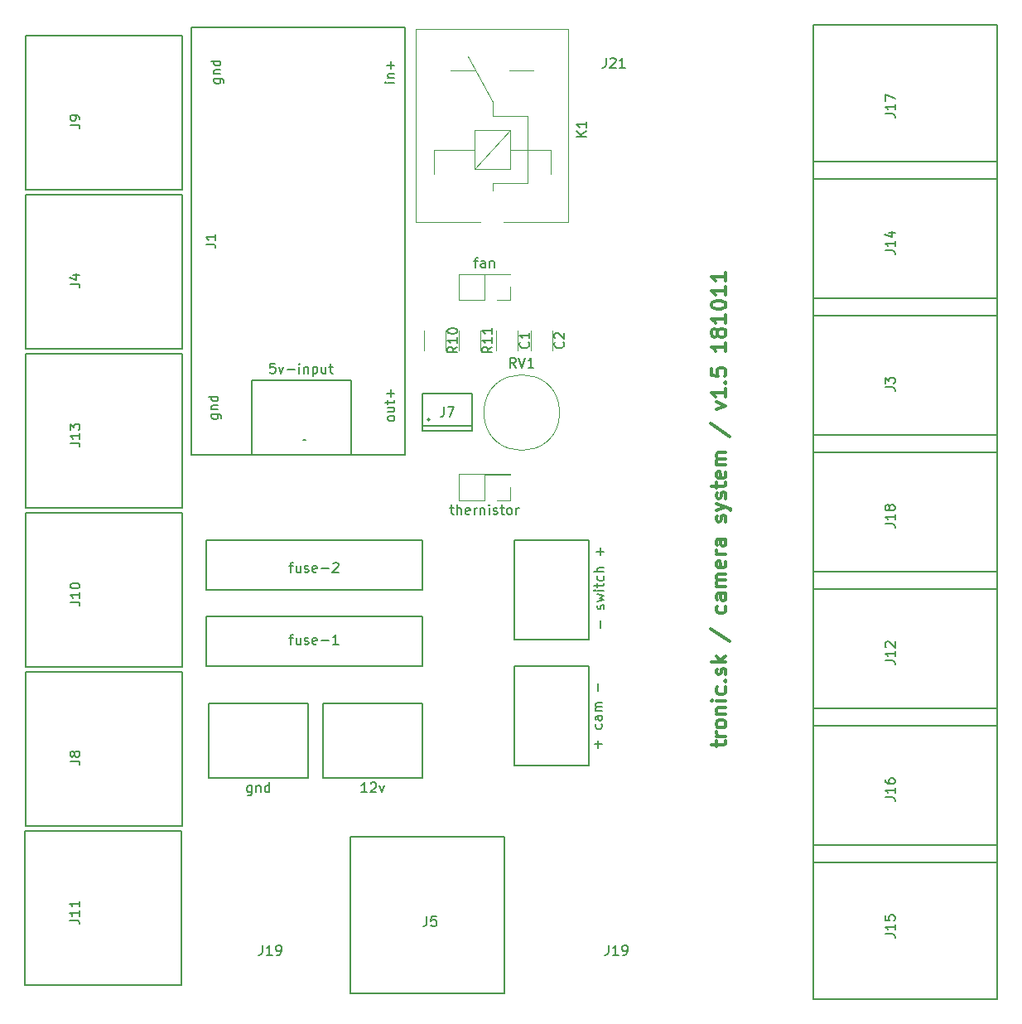
<source format=gto>
G04 #@! TF.FileFunction,Legend,Top*
%FSLAX46Y46*%
G04 Gerber Fmt 4.6, Leading zero omitted, Abs format (unit mm)*
G04 Created by KiCad (PCBNEW 4.0.7) date 10/11/18 23:23:36*
%MOMM*%
%LPD*%
G01*
G04 APERTURE LIST*
%ADD10C,0.100000*%
%ADD11C,0.300000*%
%ADD12C,0.150000*%
%ADD13C,0.120000*%
%ADD14C,0.180000*%
G04 APERTURE END LIST*
D10*
D11*
X126297571Y-106784913D02*
X126297571Y-106213484D01*
X125797571Y-106570627D02*
X127083286Y-106570627D01*
X127226143Y-106499199D01*
X127297571Y-106356341D01*
X127297571Y-106213484D01*
X127297571Y-105713484D02*
X126297571Y-105713484D01*
X126583286Y-105713484D02*
X126440429Y-105642056D01*
X126369000Y-105570627D01*
X126297571Y-105427770D01*
X126297571Y-105284913D01*
X127297571Y-104570627D02*
X127226143Y-104713485D01*
X127154714Y-104784913D01*
X127011857Y-104856342D01*
X126583286Y-104856342D01*
X126440429Y-104784913D01*
X126369000Y-104713485D01*
X126297571Y-104570627D01*
X126297571Y-104356342D01*
X126369000Y-104213485D01*
X126440429Y-104142056D01*
X126583286Y-104070627D01*
X127011857Y-104070627D01*
X127154714Y-104142056D01*
X127226143Y-104213485D01*
X127297571Y-104356342D01*
X127297571Y-104570627D01*
X126297571Y-103427770D02*
X127297571Y-103427770D01*
X126440429Y-103427770D02*
X126369000Y-103356342D01*
X126297571Y-103213484D01*
X126297571Y-102999199D01*
X126369000Y-102856342D01*
X126511857Y-102784913D01*
X127297571Y-102784913D01*
X127297571Y-102070627D02*
X126297571Y-102070627D01*
X125797571Y-102070627D02*
X125869000Y-102142056D01*
X125940429Y-102070627D01*
X125869000Y-101999199D01*
X125797571Y-102070627D01*
X125940429Y-102070627D01*
X127226143Y-100713484D02*
X127297571Y-100856341D01*
X127297571Y-101142055D01*
X127226143Y-101284913D01*
X127154714Y-101356341D01*
X127011857Y-101427770D01*
X126583286Y-101427770D01*
X126440429Y-101356341D01*
X126369000Y-101284913D01*
X126297571Y-101142055D01*
X126297571Y-100856341D01*
X126369000Y-100713484D01*
X127154714Y-100070627D02*
X127226143Y-99999199D01*
X127297571Y-100070627D01*
X127226143Y-100142056D01*
X127154714Y-100070627D01*
X127297571Y-100070627D01*
X127226143Y-99427770D02*
X127297571Y-99284913D01*
X127297571Y-98999198D01*
X127226143Y-98856341D01*
X127083286Y-98784913D01*
X127011857Y-98784913D01*
X126869000Y-98856341D01*
X126797571Y-98999198D01*
X126797571Y-99213484D01*
X126726143Y-99356341D01*
X126583286Y-99427770D01*
X126511857Y-99427770D01*
X126369000Y-99356341D01*
X126297571Y-99213484D01*
X126297571Y-98999198D01*
X126369000Y-98856341D01*
X127297571Y-98142055D02*
X125797571Y-98142055D01*
X126726143Y-97999198D02*
X127297571Y-97570627D01*
X126297571Y-97570627D02*
X126869000Y-98142055D01*
X125726143Y-94713484D02*
X127654714Y-95999198D01*
X127226143Y-92427769D02*
X127297571Y-92570626D01*
X127297571Y-92856340D01*
X127226143Y-92999198D01*
X127154714Y-93070626D01*
X127011857Y-93142055D01*
X126583286Y-93142055D01*
X126440429Y-93070626D01*
X126369000Y-92999198D01*
X126297571Y-92856340D01*
X126297571Y-92570626D01*
X126369000Y-92427769D01*
X127297571Y-91142055D02*
X126511857Y-91142055D01*
X126369000Y-91213484D01*
X126297571Y-91356341D01*
X126297571Y-91642055D01*
X126369000Y-91784912D01*
X127226143Y-91142055D02*
X127297571Y-91284912D01*
X127297571Y-91642055D01*
X127226143Y-91784912D01*
X127083286Y-91856341D01*
X126940429Y-91856341D01*
X126797571Y-91784912D01*
X126726143Y-91642055D01*
X126726143Y-91284912D01*
X126654714Y-91142055D01*
X127297571Y-90427769D02*
X126297571Y-90427769D01*
X126440429Y-90427769D02*
X126369000Y-90356341D01*
X126297571Y-90213483D01*
X126297571Y-89999198D01*
X126369000Y-89856341D01*
X126511857Y-89784912D01*
X127297571Y-89784912D01*
X126511857Y-89784912D02*
X126369000Y-89713483D01*
X126297571Y-89570626D01*
X126297571Y-89356341D01*
X126369000Y-89213483D01*
X126511857Y-89142055D01*
X127297571Y-89142055D01*
X127226143Y-87856341D02*
X127297571Y-87999198D01*
X127297571Y-88284912D01*
X127226143Y-88427769D01*
X127083286Y-88499198D01*
X126511857Y-88499198D01*
X126369000Y-88427769D01*
X126297571Y-88284912D01*
X126297571Y-87999198D01*
X126369000Y-87856341D01*
X126511857Y-87784912D01*
X126654714Y-87784912D01*
X126797571Y-88499198D01*
X127297571Y-87142055D02*
X126297571Y-87142055D01*
X126583286Y-87142055D02*
X126440429Y-87070627D01*
X126369000Y-86999198D01*
X126297571Y-86856341D01*
X126297571Y-86713484D01*
X127297571Y-85570627D02*
X126511857Y-85570627D01*
X126369000Y-85642056D01*
X126297571Y-85784913D01*
X126297571Y-86070627D01*
X126369000Y-86213484D01*
X127226143Y-85570627D02*
X127297571Y-85713484D01*
X127297571Y-86070627D01*
X127226143Y-86213484D01*
X127083286Y-86284913D01*
X126940429Y-86284913D01*
X126797571Y-86213484D01*
X126726143Y-86070627D01*
X126726143Y-85713484D01*
X126654714Y-85570627D01*
X127226143Y-83784913D02*
X127297571Y-83642056D01*
X127297571Y-83356341D01*
X127226143Y-83213484D01*
X127083286Y-83142056D01*
X127011857Y-83142056D01*
X126869000Y-83213484D01*
X126797571Y-83356341D01*
X126797571Y-83570627D01*
X126726143Y-83713484D01*
X126583286Y-83784913D01*
X126511857Y-83784913D01*
X126369000Y-83713484D01*
X126297571Y-83570627D01*
X126297571Y-83356341D01*
X126369000Y-83213484D01*
X126297571Y-82642055D02*
X127297571Y-82284912D01*
X126297571Y-81927770D02*
X127297571Y-82284912D01*
X127654714Y-82427770D01*
X127726143Y-82499198D01*
X127797571Y-82642055D01*
X127226143Y-81427770D02*
X127297571Y-81284913D01*
X127297571Y-80999198D01*
X127226143Y-80856341D01*
X127083286Y-80784913D01*
X127011857Y-80784913D01*
X126869000Y-80856341D01*
X126797571Y-80999198D01*
X126797571Y-81213484D01*
X126726143Y-81356341D01*
X126583286Y-81427770D01*
X126511857Y-81427770D01*
X126369000Y-81356341D01*
X126297571Y-81213484D01*
X126297571Y-80999198D01*
X126369000Y-80856341D01*
X126297571Y-80356341D02*
X126297571Y-79784912D01*
X125797571Y-80142055D02*
X127083286Y-80142055D01*
X127226143Y-80070627D01*
X127297571Y-79927769D01*
X127297571Y-79784912D01*
X127226143Y-78713484D02*
X127297571Y-78856341D01*
X127297571Y-79142055D01*
X127226143Y-79284912D01*
X127083286Y-79356341D01*
X126511857Y-79356341D01*
X126369000Y-79284912D01*
X126297571Y-79142055D01*
X126297571Y-78856341D01*
X126369000Y-78713484D01*
X126511857Y-78642055D01*
X126654714Y-78642055D01*
X126797571Y-79356341D01*
X127297571Y-77999198D02*
X126297571Y-77999198D01*
X126440429Y-77999198D02*
X126369000Y-77927770D01*
X126297571Y-77784912D01*
X126297571Y-77570627D01*
X126369000Y-77427770D01*
X126511857Y-77356341D01*
X127297571Y-77356341D01*
X126511857Y-77356341D02*
X126369000Y-77284912D01*
X126297571Y-77142055D01*
X126297571Y-76927770D01*
X126369000Y-76784912D01*
X126511857Y-76713484D01*
X127297571Y-76713484D01*
X125726143Y-73784913D02*
X127654714Y-75070627D01*
X126297571Y-72284912D02*
X127297571Y-71927769D01*
X126297571Y-71570627D01*
X127297571Y-70213484D02*
X127297571Y-71070627D01*
X127297571Y-70642055D02*
X125797571Y-70642055D01*
X126011857Y-70784912D01*
X126154714Y-70927770D01*
X126226143Y-71070627D01*
X127154714Y-69570627D02*
X127226143Y-69499199D01*
X127297571Y-69570627D01*
X127226143Y-69642056D01*
X127154714Y-69570627D01*
X127297571Y-69570627D01*
X125797571Y-68142055D02*
X125797571Y-68856341D01*
X126511857Y-68927770D01*
X126440429Y-68856341D01*
X126369000Y-68713484D01*
X126369000Y-68356341D01*
X126440429Y-68213484D01*
X126511857Y-68142055D01*
X126654714Y-68070627D01*
X127011857Y-68070627D01*
X127154714Y-68142055D01*
X127226143Y-68213484D01*
X127297571Y-68356341D01*
X127297571Y-68713484D01*
X127226143Y-68856341D01*
X127154714Y-68927770D01*
X127297571Y-65499199D02*
X127297571Y-66356342D01*
X127297571Y-65927770D02*
X125797571Y-65927770D01*
X126011857Y-66070627D01*
X126154714Y-66213485D01*
X126226143Y-66356342D01*
X126440429Y-64642056D02*
X126369000Y-64784914D01*
X126297571Y-64856342D01*
X126154714Y-64927771D01*
X126083286Y-64927771D01*
X125940429Y-64856342D01*
X125869000Y-64784914D01*
X125797571Y-64642056D01*
X125797571Y-64356342D01*
X125869000Y-64213485D01*
X125940429Y-64142056D01*
X126083286Y-64070628D01*
X126154714Y-64070628D01*
X126297571Y-64142056D01*
X126369000Y-64213485D01*
X126440429Y-64356342D01*
X126440429Y-64642056D01*
X126511857Y-64784914D01*
X126583286Y-64856342D01*
X126726143Y-64927771D01*
X127011857Y-64927771D01*
X127154714Y-64856342D01*
X127226143Y-64784914D01*
X127297571Y-64642056D01*
X127297571Y-64356342D01*
X127226143Y-64213485D01*
X127154714Y-64142056D01*
X127011857Y-64070628D01*
X126726143Y-64070628D01*
X126583286Y-64142056D01*
X126511857Y-64213485D01*
X126440429Y-64356342D01*
X127297571Y-62642057D02*
X127297571Y-63499200D01*
X127297571Y-63070628D02*
X125797571Y-63070628D01*
X126011857Y-63213485D01*
X126154714Y-63356343D01*
X126226143Y-63499200D01*
X125797571Y-61713486D02*
X125797571Y-61570629D01*
X125869000Y-61427772D01*
X125940429Y-61356343D01*
X126083286Y-61284914D01*
X126369000Y-61213486D01*
X126726143Y-61213486D01*
X127011857Y-61284914D01*
X127154714Y-61356343D01*
X127226143Y-61427772D01*
X127297571Y-61570629D01*
X127297571Y-61713486D01*
X127226143Y-61856343D01*
X127154714Y-61927772D01*
X127011857Y-61999200D01*
X126726143Y-62070629D01*
X126369000Y-62070629D01*
X126083286Y-61999200D01*
X125940429Y-61927772D01*
X125869000Y-61856343D01*
X125797571Y-61713486D01*
X127297571Y-59784915D02*
X127297571Y-60642058D01*
X127297571Y-60213486D02*
X125797571Y-60213486D01*
X126011857Y-60356343D01*
X126154714Y-60499201D01*
X126226143Y-60642058D01*
X127297571Y-58356344D02*
X127297571Y-59213487D01*
X127297571Y-58784915D02*
X125797571Y-58784915D01*
X126011857Y-58927772D01*
X126154714Y-59070630D01*
X126226143Y-59213487D01*
D12*
X83566000Y-33274000D02*
X94488000Y-33274000D01*
X94488000Y-33274000D02*
X94488000Y-76962000D01*
X94488000Y-76962000D02*
X72644000Y-76962000D01*
X72644000Y-76962000D02*
X72644000Y-33274000D01*
X72644000Y-33274000D02*
X84074000Y-33274000D01*
X84074000Y-75438000D02*
X84328000Y-75438000D01*
X84074000Y-85725000D02*
X74168000Y-85725000D01*
X74168000Y-85725000D02*
X74168000Y-90805000D01*
X74168000Y-90805000D02*
X96266000Y-90805000D01*
X96266000Y-90805000D02*
X96266000Y-85979000D01*
X96266000Y-85979000D02*
X96266000Y-85725000D01*
X96266000Y-85725000D02*
X84074000Y-85725000D01*
X86360000Y-98552000D02*
X96266000Y-98552000D01*
X96266000Y-98552000D02*
X96266000Y-93472000D01*
X96266000Y-93472000D02*
X74168000Y-93472000D01*
X74168000Y-93472000D02*
X74168000Y-98298000D01*
X74168000Y-98298000D02*
X74168000Y-98552000D01*
X74168000Y-98552000D02*
X86360000Y-98552000D01*
X74422000Y-102362000D02*
X84582000Y-102362000D01*
X84582000Y-102362000D02*
X84582000Y-109982000D01*
X84582000Y-109982000D02*
X74422000Y-109982000D01*
X74422000Y-109982000D02*
X74422000Y-102362000D01*
X86106000Y-102362000D02*
X96266000Y-102362000D01*
X96266000Y-102362000D02*
X96266000Y-109982000D01*
X96266000Y-109982000D02*
X86106000Y-109982000D01*
X86106000Y-109982000D02*
X86106000Y-102362000D01*
X78867000Y-69342000D02*
X89027000Y-69342000D01*
X89027000Y-69342000D02*
X89027000Y-76962000D01*
X89027000Y-76962000D02*
X78867000Y-76962000D01*
X78867000Y-76962000D02*
X78867000Y-69342000D01*
X97028000Y-73406000D02*
G75*
G03X97028000Y-73406000I-127000J0D01*
G01*
X96266000Y-74041000D02*
X101346000Y-74041000D01*
X96266000Y-70739000D02*
X101346000Y-70739000D01*
X96266000Y-74549000D02*
X101346000Y-74549000D01*
X96266000Y-74549000D02*
X96266000Y-70739000D01*
X101346000Y-74549000D02*
X101346000Y-70739000D01*
D13*
X105216000Y-78934000D02*
X100016000Y-78934000D01*
X105216000Y-78994000D02*
X105216000Y-78934000D01*
X100016000Y-81594000D02*
X100016000Y-78934000D01*
X105216000Y-78994000D02*
X102616000Y-78994000D01*
X102616000Y-78994000D02*
X102616000Y-81594000D01*
X102616000Y-81594000D02*
X100016000Y-81594000D01*
X105216000Y-80264000D02*
X105216000Y-81594000D01*
X105216000Y-81594000D02*
X103886000Y-81594000D01*
X105216000Y-58487000D02*
X100016000Y-58487000D01*
X105216000Y-58547000D02*
X105216000Y-58487000D01*
X100016000Y-61147000D02*
X100016000Y-58487000D01*
X105216000Y-58547000D02*
X102616000Y-58547000D01*
X102616000Y-58547000D02*
X102616000Y-61147000D01*
X102616000Y-61147000D02*
X100016000Y-61147000D01*
X105216000Y-59817000D02*
X105216000Y-61147000D01*
X105216000Y-61147000D02*
X103886000Y-61147000D01*
X96466000Y-66278000D02*
X96466000Y-64278000D01*
X98606000Y-64278000D02*
X98606000Y-66278000D01*
X100022000Y-66278000D02*
X100022000Y-64278000D01*
X102162000Y-64278000D02*
X102162000Y-66278000D01*
X110296000Y-72644000D02*
G75*
G03X110296000Y-72644000I-3870000J0D01*
G01*
X104578000Y-53216000D02*
X111178000Y-53216000D01*
X95578000Y-53216000D02*
X102178000Y-53216000D01*
X95578000Y-53216000D02*
X95578000Y-33416000D01*
X95578000Y-33416000D02*
X111178000Y-33416000D01*
X111178000Y-33416000D02*
X111178000Y-53216000D01*
X107578000Y-37666000D02*
X105128000Y-37666000D01*
X99178000Y-37666000D02*
X101678000Y-37666000D01*
X109428000Y-48266000D02*
X109428000Y-45766000D01*
X103428000Y-49166000D02*
X103428000Y-49966000D01*
X97428000Y-45766000D02*
X97428000Y-48266000D01*
X103428000Y-42366000D02*
X103428000Y-40866000D01*
X103428000Y-40866000D02*
X100928000Y-36266000D01*
X107028000Y-42366000D02*
X107028000Y-49166000D01*
X103428000Y-42366000D02*
X107028000Y-42366000D01*
X103428000Y-49166000D02*
X107028000Y-49166000D01*
X97428000Y-45766000D02*
X101628000Y-45766000D01*
X105228000Y-45766000D02*
X109428000Y-45766000D01*
X105228000Y-43766000D02*
X101628000Y-47766000D01*
X105228000Y-47766000D02*
X101628000Y-47766000D01*
X101628000Y-47766000D02*
X101628000Y-43766000D01*
X101628000Y-43766000D02*
X105228000Y-43766000D01*
X105228000Y-43766000D02*
X105228000Y-47766000D01*
D12*
X71653400Y-115392200D02*
X55651400Y-115392200D01*
X55651400Y-131140200D02*
X70764400Y-131140200D01*
X71653400Y-115392200D02*
X71653400Y-116154200D01*
X70129400Y-131140200D02*
X71653400Y-131140200D01*
X71653400Y-131140200D02*
X71653400Y-115900200D01*
X55651400Y-115392200D02*
X55651400Y-131140200D01*
X71704200Y-50368200D02*
X55702200Y-50368200D01*
X55702200Y-66116200D02*
X70815200Y-66116200D01*
X71704200Y-50368200D02*
X71704200Y-51130200D01*
X70180200Y-66116200D02*
X71704200Y-66116200D01*
X71704200Y-66116200D02*
X71704200Y-50876200D01*
X55702200Y-50368200D02*
X55702200Y-66116200D01*
X71704200Y-99136200D02*
X55702200Y-99136200D01*
X55702200Y-114884200D02*
X70815200Y-114884200D01*
X71704200Y-99136200D02*
X71704200Y-99898200D01*
X70180200Y-114884200D02*
X71704200Y-114884200D01*
X71704200Y-114884200D02*
X71704200Y-99644200D01*
X55702200Y-99136200D02*
X55702200Y-114884200D01*
X71704200Y-34112200D02*
X55702200Y-34112200D01*
X55702200Y-49860200D02*
X70815200Y-49860200D01*
X71704200Y-34112200D02*
X71704200Y-34874200D01*
X70180200Y-49860200D02*
X71704200Y-49860200D01*
X71704200Y-49860200D02*
X71704200Y-34620200D01*
X55702200Y-34112200D02*
X55702200Y-49860200D01*
X71704200Y-82880200D02*
X55702200Y-82880200D01*
X55702200Y-98628200D02*
X70815200Y-98628200D01*
X71704200Y-82880200D02*
X71704200Y-83642200D01*
X70180200Y-98628200D02*
X71704200Y-98628200D01*
X71704200Y-98628200D02*
X71704200Y-83388200D01*
X55702200Y-82880200D02*
X55702200Y-98628200D01*
X71704200Y-66624200D02*
X55702200Y-66624200D01*
X55702200Y-82372200D02*
X70815200Y-82372200D01*
X71704200Y-66624200D02*
X71704200Y-67386200D01*
X70180200Y-82372200D02*
X71704200Y-82372200D01*
X71704200Y-82372200D02*
X71704200Y-67132200D01*
X55702200Y-66624200D02*
X55702200Y-82372200D01*
X88874600Y-115989100D02*
X88874600Y-131991100D01*
X104622600Y-131991100D02*
X104622600Y-116878100D01*
X88874600Y-115989100D02*
X89636600Y-115989100D01*
X104622600Y-117513100D02*
X104622600Y-115989100D01*
X104622600Y-115989100D02*
X89382600Y-115989100D01*
X88874600Y-131991100D02*
X104622600Y-131991100D01*
X113258600Y-98526600D02*
X113258600Y-108686600D01*
X113258600Y-108686600D02*
X105638600Y-108686600D01*
X105638600Y-108686600D02*
X105638600Y-98526600D01*
X105638600Y-98526600D02*
X113258600Y-98526600D01*
D13*
X103832000Y-66278000D02*
X103832000Y-64278000D01*
X105972000Y-64278000D02*
X105972000Y-66278000D01*
X107388000Y-66278000D02*
X107388000Y-64278000D01*
X109528000Y-64278000D02*
X109528000Y-66278000D01*
D12*
X136245600Y-60934600D02*
X155041600Y-60934600D01*
X155041600Y-60934600D02*
X155041600Y-61696600D01*
X153517600Y-76682600D02*
X155041600Y-76682600D01*
X155041600Y-76682600D02*
X155041600Y-61442600D01*
X136245600Y-60934600D02*
X136245600Y-76682600D01*
X136245600Y-76682600D02*
X154279600Y-76682600D01*
X136245600Y-88874600D02*
X155041600Y-88874600D01*
X155041600Y-88874600D02*
X155041600Y-89636600D01*
X153517600Y-104622600D02*
X155041600Y-104622600D01*
X155041600Y-104622600D02*
X155041600Y-89382600D01*
X136245600Y-88874600D02*
X136245600Y-104622600D01*
X136245600Y-104622600D02*
X154279600Y-104622600D01*
X136245600Y-116814600D02*
X155041600Y-116814600D01*
X155041600Y-116814600D02*
X155041600Y-117576600D01*
X153517600Y-132562600D02*
X155041600Y-132562600D01*
X155041600Y-132562600D02*
X155041600Y-117322600D01*
X136245600Y-116814600D02*
X136245600Y-132562600D01*
X136245600Y-132562600D02*
X154279600Y-132562600D01*
X136245600Y-102844600D02*
X155041600Y-102844600D01*
X155041600Y-102844600D02*
X155041600Y-103606600D01*
X153517600Y-118592600D02*
X155041600Y-118592600D01*
X155041600Y-118592600D02*
X155041600Y-103352600D01*
X136245600Y-102844600D02*
X136245600Y-118592600D01*
X136245600Y-118592600D02*
X154279600Y-118592600D01*
X136245600Y-32994600D02*
X155041600Y-32994600D01*
X155041600Y-32994600D02*
X155041600Y-33756600D01*
X153517600Y-48742600D02*
X155041600Y-48742600D01*
X155041600Y-48742600D02*
X155041600Y-33502600D01*
X136245600Y-32994600D02*
X136245600Y-48742600D01*
X136245600Y-48742600D02*
X154279600Y-48742600D01*
X136245600Y-74904600D02*
X155041600Y-74904600D01*
X155041600Y-74904600D02*
X155041600Y-75666600D01*
X153517600Y-90652600D02*
X155041600Y-90652600D01*
X155041600Y-90652600D02*
X155041600Y-75412600D01*
X136245600Y-74904600D02*
X136245600Y-90652600D01*
X136245600Y-90652600D02*
X154279600Y-90652600D01*
X113258600Y-85674200D02*
X113258600Y-95834200D01*
X113258600Y-95834200D02*
X105638600Y-95834200D01*
X105638600Y-95834200D02*
X105638600Y-85674200D01*
X105638600Y-85674200D02*
X113258600Y-85674200D01*
X136245600Y-46964600D02*
X155041600Y-46964600D01*
X155041600Y-46964600D02*
X155041600Y-47726600D01*
X153517600Y-62712600D02*
X155041600Y-62712600D01*
X155041600Y-62712600D02*
X155041600Y-47472600D01*
X136245600Y-46964600D02*
X136245600Y-62712600D01*
X136245600Y-62712600D02*
X154279600Y-62712600D01*
X79911677Y-127087381D02*
X79911677Y-127801667D01*
X79864057Y-127944524D01*
X79768819Y-128039762D01*
X79625962Y-128087381D01*
X79530724Y-128087381D01*
X80911677Y-128087381D02*
X80340248Y-128087381D01*
X80625962Y-128087381D02*
X80625962Y-127087381D01*
X80530724Y-127230238D01*
X80435486Y-127325476D01*
X80340248Y-127373095D01*
X81387867Y-128087381D02*
X81578343Y-128087381D01*
X81673582Y-128039762D01*
X81721201Y-127992143D01*
X81816439Y-127849286D01*
X81864058Y-127658810D01*
X81864058Y-127277857D01*
X81816439Y-127182619D01*
X81768820Y-127135000D01*
X81673582Y-127087381D01*
X81483105Y-127087381D01*
X81387867Y-127135000D01*
X81340248Y-127182619D01*
X81292629Y-127277857D01*
X81292629Y-127515952D01*
X81340248Y-127611190D01*
X81387867Y-127658810D01*
X81483105Y-127706429D01*
X81673582Y-127706429D01*
X81768820Y-127658810D01*
X81816439Y-127611190D01*
X81864058Y-127515952D01*
X74128381Y-55451333D02*
X74842667Y-55451333D01*
X74985524Y-55498953D01*
X75080762Y-55594191D01*
X75128381Y-55737048D01*
X75128381Y-55832286D01*
X75128381Y-54451333D02*
X75128381Y-55022762D01*
X75128381Y-54737048D02*
X74128381Y-54737048D01*
X74271238Y-54832286D01*
X74366476Y-54927524D01*
X74414095Y-55022762D01*
X93416381Y-73310572D02*
X93368762Y-73405810D01*
X93321143Y-73453429D01*
X93225905Y-73501048D01*
X92940190Y-73501048D01*
X92844952Y-73453429D01*
X92797333Y-73405810D01*
X92749714Y-73310572D01*
X92749714Y-73167714D01*
X92797333Y-73072476D01*
X92844952Y-73024857D01*
X92940190Y-72977238D01*
X93225905Y-72977238D01*
X93321143Y-73024857D01*
X93368762Y-73072476D01*
X93416381Y-73167714D01*
X93416381Y-73310572D01*
X92749714Y-72120095D02*
X93416381Y-72120095D01*
X92749714Y-72548667D02*
X93273524Y-72548667D01*
X93368762Y-72501048D01*
X93416381Y-72405810D01*
X93416381Y-72262952D01*
X93368762Y-72167714D01*
X93321143Y-72120095D01*
X92749714Y-71786762D02*
X92749714Y-71405810D01*
X92416381Y-71643905D02*
X93273524Y-71643905D01*
X93368762Y-71596286D01*
X93416381Y-71501048D01*
X93416381Y-71405810D01*
X93035429Y-71072476D02*
X93035429Y-70310571D01*
X93416381Y-70691523D02*
X92654476Y-70691523D01*
X93416381Y-38917428D02*
X92749714Y-38917428D01*
X92416381Y-38917428D02*
X92464000Y-38965047D01*
X92511619Y-38917428D01*
X92464000Y-38869809D01*
X92416381Y-38917428D01*
X92511619Y-38917428D01*
X92749714Y-38441238D02*
X93416381Y-38441238D01*
X92844952Y-38441238D02*
X92797333Y-38393619D01*
X92749714Y-38298381D01*
X92749714Y-38155523D01*
X92797333Y-38060285D01*
X92892571Y-38012666D01*
X93416381Y-38012666D01*
X93035429Y-37536476D02*
X93035429Y-36774571D01*
X93416381Y-37155523D02*
X92654476Y-37155523D01*
X74715714Y-72826476D02*
X75525238Y-72826476D01*
X75620476Y-72874095D01*
X75668095Y-72921714D01*
X75715714Y-73016953D01*
X75715714Y-73159810D01*
X75668095Y-73255048D01*
X75334762Y-72826476D02*
X75382381Y-72921714D01*
X75382381Y-73112191D01*
X75334762Y-73207429D01*
X75287143Y-73255048D01*
X75191905Y-73302667D01*
X74906190Y-73302667D01*
X74810952Y-73255048D01*
X74763333Y-73207429D01*
X74715714Y-73112191D01*
X74715714Y-72921714D01*
X74763333Y-72826476D01*
X74715714Y-72350286D02*
X75382381Y-72350286D01*
X74810952Y-72350286D02*
X74763333Y-72302667D01*
X74715714Y-72207429D01*
X74715714Y-72064571D01*
X74763333Y-71969333D01*
X74858571Y-71921714D01*
X75382381Y-71921714D01*
X75382381Y-71016952D02*
X74382381Y-71016952D01*
X75334762Y-71016952D02*
X75382381Y-71112190D01*
X75382381Y-71302667D01*
X75334762Y-71397905D01*
X75287143Y-71445524D01*
X75191905Y-71493143D01*
X74906190Y-71493143D01*
X74810952Y-71445524D01*
X74763333Y-71397905D01*
X74715714Y-71302667D01*
X74715714Y-71112190D01*
X74763333Y-71016952D01*
X74969714Y-38536476D02*
X75779238Y-38536476D01*
X75874476Y-38584095D01*
X75922095Y-38631714D01*
X75969714Y-38726953D01*
X75969714Y-38869810D01*
X75922095Y-38965048D01*
X75588762Y-38536476D02*
X75636381Y-38631714D01*
X75636381Y-38822191D01*
X75588762Y-38917429D01*
X75541143Y-38965048D01*
X75445905Y-39012667D01*
X75160190Y-39012667D01*
X75064952Y-38965048D01*
X75017333Y-38917429D01*
X74969714Y-38822191D01*
X74969714Y-38631714D01*
X75017333Y-38536476D01*
X74969714Y-38060286D02*
X75636381Y-38060286D01*
X75064952Y-38060286D02*
X75017333Y-38012667D01*
X74969714Y-37917429D01*
X74969714Y-37774571D01*
X75017333Y-37679333D01*
X75112571Y-37631714D01*
X75636381Y-37631714D01*
X75636381Y-36726952D02*
X74636381Y-36726952D01*
X75588762Y-36726952D02*
X75636381Y-36822190D01*
X75636381Y-37012667D01*
X75588762Y-37107905D01*
X75541143Y-37155524D01*
X75445905Y-37203143D01*
X75160190Y-37203143D01*
X75064952Y-37155524D01*
X75017333Y-37107905D01*
X74969714Y-37012667D01*
X74969714Y-36822190D01*
X75017333Y-36726952D01*
X82645571Y-88304714D02*
X83026523Y-88304714D01*
X82788428Y-88971381D02*
X82788428Y-88114238D01*
X82836047Y-88019000D01*
X82931285Y-87971381D01*
X83026523Y-87971381D01*
X83788429Y-88304714D02*
X83788429Y-88971381D01*
X83359857Y-88304714D02*
X83359857Y-88828524D01*
X83407476Y-88923762D01*
X83502714Y-88971381D01*
X83645572Y-88971381D01*
X83740810Y-88923762D01*
X83788429Y-88876143D01*
X84217000Y-88923762D02*
X84312238Y-88971381D01*
X84502714Y-88971381D01*
X84597953Y-88923762D01*
X84645572Y-88828524D01*
X84645572Y-88780905D01*
X84597953Y-88685667D01*
X84502714Y-88638048D01*
X84359857Y-88638048D01*
X84264619Y-88590429D01*
X84217000Y-88495190D01*
X84217000Y-88447571D01*
X84264619Y-88352333D01*
X84359857Y-88304714D01*
X84502714Y-88304714D01*
X84597953Y-88352333D01*
X85455096Y-88923762D02*
X85359858Y-88971381D01*
X85169381Y-88971381D01*
X85074143Y-88923762D01*
X85026524Y-88828524D01*
X85026524Y-88447571D01*
X85074143Y-88352333D01*
X85169381Y-88304714D01*
X85359858Y-88304714D01*
X85455096Y-88352333D01*
X85502715Y-88447571D01*
X85502715Y-88542810D01*
X85026524Y-88638048D01*
X85931286Y-88590429D02*
X86693191Y-88590429D01*
X87121762Y-88066619D02*
X87169381Y-88019000D01*
X87264619Y-87971381D01*
X87502715Y-87971381D01*
X87597953Y-88019000D01*
X87645572Y-88066619D01*
X87693191Y-88161857D01*
X87693191Y-88257095D01*
X87645572Y-88399952D01*
X87074143Y-88971381D01*
X87693191Y-88971381D01*
X82645571Y-95670714D02*
X83026523Y-95670714D01*
X82788428Y-96337381D02*
X82788428Y-95480238D01*
X82836047Y-95385000D01*
X82931285Y-95337381D01*
X83026523Y-95337381D01*
X83788429Y-95670714D02*
X83788429Y-96337381D01*
X83359857Y-95670714D02*
X83359857Y-96194524D01*
X83407476Y-96289762D01*
X83502714Y-96337381D01*
X83645572Y-96337381D01*
X83740810Y-96289762D01*
X83788429Y-96242143D01*
X84217000Y-96289762D02*
X84312238Y-96337381D01*
X84502714Y-96337381D01*
X84597953Y-96289762D01*
X84645572Y-96194524D01*
X84645572Y-96146905D01*
X84597953Y-96051667D01*
X84502714Y-96004048D01*
X84359857Y-96004048D01*
X84264619Y-95956429D01*
X84217000Y-95861190D01*
X84217000Y-95813571D01*
X84264619Y-95718333D01*
X84359857Y-95670714D01*
X84502714Y-95670714D01*
X84597953Y-95718333D01*
X85455096Y-96289762D02*
X85359858Y-96337381D01*
X85169381Y-96337381D01*
X85074143Y-96289762D01*
X85026524Y-96194524D01*
X85026524Y-95813571D01*
X85074143Y-95718333D01*
X85169381Y-95670714D01*
X85359858Y-95670714D01*
X85455096Y-95718333D01*
X85502715Y-95813571D01*
X85502715Y-95908810D01*
X85026524Y-96004048D01*
X85931286Y-95956429D02*
X86693191Y-95956429D01*
X87693191Y-96337381D02*
X87121762Y-96337381D01*
X87407476Y-96337381D02*
X87407476Y-95337381D01*
X87312238Y-95480238D01*
X87217000Y-95575476D01*
X87121762Y-95623095D01*
X78811524Y-110783714D02*
X78811524Y-111593238D01*
X78763905Y-111688476D01*
X78716286Y-111736095D01*
X78621047Y-111783714D01*
X78478190Y-111783714D01*
X78382952Y-111736095D01*
X78811524Y-111402762D02*
X78716286Y-111450381D01*
X78525809Y-111450381D01*
X78430571Y-111402762D01*
X78382952Y-111355143D01*
X78335333Y-111259905D01*
X78335333Y-110974190D01*
X78382952Y-110878952D01*
X78430571Y-110831333D01*
X78525809Y-110783714D01*
X78716286Y-110783714D01*
X78811524Y-110831333D01*
X79287714Y-110783714D02*
X79287714Y-111450381D01*
X79287714Y-110878952D02*
X79335333Y-110831333D01*
X79430571Y-110783714D01*
X79573429Y-110783714D01*
X79668667Y-110831333D01*
X79716286Y-110926571D01*
X79716286Y-111450381D01*
X80621048Y-111450381D02*
X80621048Y-110450381D01*
X80621048Y-111402762D02*
X80525810Y-111450381D01*
X80335333Y-111450381D01*
X80240095Y-111402762D01*
X80192476Y-111355143D01*
X80144857Y-111259905D01*
X80144857Y-110974190D01*
X80192476Y-110878952D01*
X80240095Y-110831333D01*
X80335333Y-110783714D01*
X80525810Y-110783714D01*
X80621048Y-110831333D01*
X90614572Y-111450381D02*
X90043143Y-111450381D01*
X90328857Y-111450381D02*
X90328857Y-110450381D01*
X90233619Y-110593238D01*
X90138381Y-110688476D01*
X90043143Y-110736095D01*
X90995524Y-110545619D02*
X91043143Y-110498000D01*
X91138381Y-110450381D01*
X91376477Y-110450381D01*
X91471715Y-110498000D01*
X91519334Y-110545619D01*
X91566953Y-110640857D01*
X91566953Y-110736095D01*
X91519334Y-110878952D01*
X90947905Y-111450381D01*
X91566953Y-111450381D01*
X91900286Y-110783714D02*
X92138381Y-111450381D01*
X92376477Y-110783714D01*
X81202543Y-67625981D02*
X80726352Y-67625981D01*
X80678733Y-68102171D01*
X80726352Y-68054552D01*
X80821590Y-68006933D01*
X81059686Y-68006933D01*
X81154924Y-68054552D01*
X81202543Y-68102171D01*
X81250162Y-68197410D01*
X81250162Y-68435505D01*
X81202543Y-68530743D01*
X81154924Y-68578362D01*
X81059686Y-68625981D01*
X80821590Y-68625981D01*
X80726352Y-68578362D01*
X80678733Y-68530743D01*
X81583495Y-67959314D02*
X81821590Y-68625981D01*
X82059686Y-67959314D01*
X82440638Y-68245029D02*
X83202543Y-68245029D01*
X83678733Y-68625981D02*
X83678733Y-67959314D01*
X83678733Y-67625981D02*
X83631114Y-67673600D01*
X83678733Y-67721219D01*
X83726352Y-67673600D01*
X83678733Y-67625981D01*
X83678733Y-67721219D01*
X84154923Y-67959314D02*
X84154923Y-68625981D01*
X84154923Y-68054552D02*
X84202542Y-68006933D01*
X84297780Y-67959314D01*
X84440638Y-67959314D01*
X84535876Y-68006933D01*
X84583495Y-68102171D01*
X84583495Y-68625981D01*
X85059685Y-67959314D02*
X85059685Y-68959314D01*
X85059685Y-68006933D02*
X85154923Y-67959314D01*
X85345400Y-67959314D01*
X85440638Y-68006933D01*
X85488257Y-68054552D01*
X85535876Y-68149790D01*
X85535876Y-68435505D01*
X85488257Y-68530743D01*
X85440638Y-68578362D01*
X85345400Y-68625981D01*
X85154923Y-68625981D01*
X85059685Y-68578362D01*
X86393019Y-67959314D02*
X86393019Y-68625981D01*
X85964447Y-67959314D02*
X85964447Y-68483124D01*
X86012066Y-68578362D01*
X86107304Y-68625981D01*
X86250162Y-68625981D01*
X86345400Y-68578362D01*
X86393019Y-68530743D01*
X86726352Y-67959314D02*
X87107304Y-67959314D01*
X86869209Y-67625981D02*
X86869209Y-68483124D01*
X86916828Y-68578362D01*
X87012066Y-68625981D01*
X87107304Y-68625981D01*
X98472667Y-72096381D02*
X98472667Y-72810667D01*
X98425047Y-72953524D01*
X98329809Y-73048762D01*
X98186952Y-73096381D01*
X98091714Y-73096381D01*
X98853619Y-72096381D02*
X99520286Y-72096381D01*
X99091714Y-73096381D01*
X99092190Y-82379714D02*
X99473142Y-82379714D01*
X99235047Y-82046381D02*
X99235047Y-82903524D01*
X99282666Y-82998762D01*
X99377904Y-83046381D01*
X99473142Y-83046381D01*
X99806476Y-83046381D02*
X99806476Y-82046381D01*
X100235048Y-83046381D02*
X100235048Y-82522571D01*
X100187429Y-82427333D01*
X100092191Y-82379714D01*
X99949333Y-82379714D01*
X99854095Y-82427333D01*
X99806476Y-82474952D01*
X101092191Y-82998762D02*
X100996953Y-83046381D01*
X100806476Y-83046381D01*
X100711238Y-82998762D01*
X100663619Y-82903524D01*
X100663619Y-82522571D01*
X100711238Y-82427333D01*
X100806476Y-82379714D01*
X100996953Y-82379714D01*
X101092191Y-82427333D01*
X101139810Y-82522571D01*
X101139810Y-82617810D01*
X100663619Y-82713048D01*
X101568381Y-83046381D02*
X101568381Y-82379714D01*
X101568381Y-82570190D02*
X101616000Y-82474952D01*
X101663619Y-82427333D01*
X101758857Y-82379714D01*
X101854096Y-82379714D01*
X102187429Y-82379714D02*
X102187429Y-83046381D01*
X102187429Y-82474952D02*
X102235048Y-82427333D01*
X102330286Y-82379714D01*
X102473144Y-82379714D01*
X102568382Y-82427333D01*
X102616001Y-82522571D01*
X102616001Y-83046381D01*
X103092191Y-83046381D02*
X103092191Y-82379714D01*
X103092191Y-82046381D02*
X103044572Y-82094000D01*
X103092191Y-82141619D01*
X103139810Y-82094000D01*
X103092191Y-82046381D01*
X103092191Y-82141619D01*
X103520762Y-82998762D02*
X103616000Y-83046381D01*
X103806476Y-83046381D01*
X103901715Y-82998762D01*
X103949334Y-82903524D01*
X103949334Y-82855905D01*
X103901715Y-82760667D01*
X103806476Y-82713048D01*
X103663619Y-82713048D01*
X103568381Y-82665429D01*
X103520762Y-82570190D01*
X103520762Y-82522571D01*
X103568381Y-82427333D01*
X103663619Y-82379714D01*
X103806476Y-82379714D01*
X103901715Y-82427333D01*
X104235048Y-82379714D02*
X104616000Y-82379714D01*
X104377905Y-82046381D02*
X104377905Y-82903524D01*
X104425524Y-82998762D01*
X104520762Y-83046381D01*
X104616000Y-83046381D01*
X105092191Y-83046381D02*
X104996953Y-82998762D01*
X104949334Y-82951143D01*
X104901715Y-82855905D01*
X104901715Y-82570190D01*
X104949334Y-82474952D01*
X104996953Y-82427333D01*
X105092191Y-82379714D01*
X105235049Y-82379714D01*
X105330287Y-82427333D01*
X105377906Y-82474952D01*
X105425525Y-82570190D01*
X105425525Y-82855905D01*
X105377906Y-82951143D01*
X105330287Y-82998762D01*
X105235049Y-83046381D01*
X105092191Y-83046381D01*
X105854096Y-83046381D02*
X105854096Y-82379714D01*
X105854096Y-82570190D02*
X105901715Y-82474952D01*
X105949334Y-82427333D01*
X106044572Y-82379714D01*
X106139811Y-82379714D01*
X101546162Y-57138914D02*
X101927114Y-57138914D01*
X101689019Y-57805581D02*
X101689019Y-56948438D01*
X101736638Y-56853200D01*
X101831876Y-56805581D01*
X101927114Y-56805581D01*
X102689020Y-57805581D02*
X102689020Y-57281771D01*
X102641401Y-57186533D01*
X102546163Y-57138914D01*
X102355686Y-57138914D01*
X102260448Y-57186533D01*
X102689020Y-57757962D02*
X102593782Y-57805581D01*
X102355686Y-57805581D01*
X102260448Y-57757962D01*
X102212829Y-57662724D01*
X102212829Y-57567486D01*
X102260448Y-57472248D01*
X102355686Y-57424629D01*
X102593782Y-57424629D01*
X102689020Y-57377010D01*
X103165210Y-57138914D02*
X103165210Y-57805581D01*
X103165210Y-57234152D02*
X103212829Y-57186533D01*
X103308067Y-57138914D01*
X103450925Y-57138914D01*
X103546163Y-57186533D01*
X103593782Y-57281771D01*
X103593782Y-57805581D01*
X99838381Y-65920857D02*
X99362190Y-66254191D01*
X99838381Y-66492286D02*
X98838381Y-66492286D01*
X98838381Y-66111333D01*
X98886000Y-66016095D01*
X98933619Y-65968476D01*
X99028857Y-65920857D01*
X99171714Y-65920857D01*
X99266952Y-65968476D01*
X99314571Y-66016095D01*
X99362190Y-66111333D01*
X99362190Y-66492286D01*
X99838381Y-64968476D02*
X99838381Y-65539905D01*
X99838381Y-65254191D02*
X98838381Y-65254191D01*
X98981238Y-65349429D01*
X99076476Y-65444667D01*
X99124095Y-65539905D01*
X98838381Y-64349429D02*
X98838381Y-64254190D01*
X98886000Y-64158952D01*
X98933619Y-64111333D01*
X99028857Y-64063714D01*
X99219333Y-64016095D01*
X99457429Y-64016095D01*
X99647905Y-64063714D01*
X99743143Y-64111333D01*
X99790762Y-64158952D01*
X99838381Y-64254190D01*
X99838381Y-64349429D01*
X99790762Y-64444667D01*
X99743143Y-64492286D01*
X99647905Y-64539905D01*
X99457429Y-64587524D01*
X99219333Y-64587524D01*
X99028857Y-64539905D01*
X98933619Y-64492286D01*
X98886000Y-64444667D01*
X98838381Y-64349429D01*
X103394381Y-65920857D02*
X102918190Y-66254191D01*
X103394381Y-66492286D02*
X102394381Y-66492286D01*
X102394381Y-66111333D01*
X102442000Y-66016095D01*
X102489619Y-65968476D01*
X102584857Y-65920857D01*
X102727714Y-65920857D01*
X102822952Y-65968476D01*
X102870571Y-66016095D01*
X102918190Y-66111333D01*
X102918190Y-66492286D01*
X103394381Y-64968476D02*
X103394381Y-65539905D01*
X103394381Y-65254191D02*
X102394381Y-65254191D01*
X102537238Y-65349429D01*
X102632476Y-65444667D01*
X102680095Y-65539905D01*
X103394381Y-64016095D02*
X103394381Y-64587524D01*
X103394381Y-64301810D02*
X102394381Y-64301810D01*
X102537238Y-64397048D01*
X102632476Y-64492286D01*
X102680095Y-64587524D01*
X105830762Y-68036381D02*
X105497428Y-67560190D01*
X105259333Y-68036381D02*
X105259333Y-67036381D01*
X105640286Y-67036381D01*
X105735524Y-67084000D01*
X105783143Y-67131619D01*
X105830762Y-67226857D01*
X105830762Y-67369714D01*
X105783143Y-67464952D01*
X105735524Y-67512571D01*
X105640286Y-67560190D01*
X105259333Y-67560190D01*
X106116476Y-67036381D02*
X106449809Y-68036381D01*
X106783143Y-67036381D01*
X107640286Y-68036381D02*
X107068857Y-68036381D01*
X107354571Y-68036381D02*
X107354571Y-67036381D01*
X107259333Y-67179238D01*
X107164095Y-67274476D01*
X107068857Y-67322095D01*
X113030381Y-44454095D02*
X112030381Y-44454095D01*
X113030381Y-43882666D02*
X112458952Y-44311238D01*
X112030381Y-43882666D02*
X112601810Y-44454095D01*
X113030381Y-42930285D02*
X113030381Y-43501714D01*
X113030381Y-43216000D02*
X112030381Y-43216000D01*
X112173238Y-43311238D01*
X112268476Y-43406476D01*
X112316095Y-43501714D01*
X115293877Y-127087381D02*
X115293877Y-127801667D01*
X115246257Y-127944524D01*
X115151019Y-128039762D01*
X115008162Y-128087381D01*
X114912924Y-128087381D01*
X116293877Y-128087381D02*
X115722448Y-128087381D01*
X116008162Y-128087381D02*
X116008162Y-127087381D01*
X115912924Y-127230238D01*
X115817686Y-127325476D01*
X115722448Y-127373095D01*
X116770067Y-128087381D02*
X116960543Y-128087381D01*
X117055782Y-128039762D01*
X117103401Y-127992143D01*
X117198639Y-127849286D01*
X117246258Y-127658810D01*
X117246258Y-127277857D01*
X117198639Y-127182619D01*
X117151020Y-127135000D01*
X117055782Y-127087381D01*
X116865305Y-127087381D01*
X116770067Y-127135000D01*
X116722448Y-127182619D01*
X116674829Y-127277857D01*
X116674829Y-127515952D01*
X116722448Y-127611190D01*
X116770067Y-127658810D01*
X116865305Y-127706429D01*
X117055782Y-127706429D01*
X117151020Y-127658810D01*
X117198639Y-127611190D01*
X117246258Y-127515952D01*
X115039877Y-36409381D02*
X115039877Y-37123667D01*
X114992257Y-37266524D01*
X114897019Y-37361762D01*
X114754162Y-37409381D01*
X114658924Y-37409381D01*
X115468448Y-36504619D02*
X115516067Y-36457000D01*
X115611305Y-36409381D01*
X115849401Y-36409381D01*
X115944639Y-36457000D01*
X115992258Y-36504619D01*
X116039877Y-36599857D01*
X116039877Y-36695095D01*
X115992258Y-36837952D01*
X115420829Y-37409381D01*
X116039877Y-37409381D01*
X116992258Y-37409381D02*
X116420829Y-37409381D01*
X116706543Y-37409381D02*
X116706543Y-36409381D01*
X116611305Y-36552238D01*
X116516067Y-36647476D01*
X116420829Y-36695095D01*
D14*
X60191781Y-124520390D02*
X60906067Y-124520390D01*
X61048924Y-124568010D01*
X61144162Y-124663248D01*
X61191781Y-124806105D01*
X61191781Y-124901343D01*
X61191781Y-123520390D02*
X61191781Y-124091819D01*
X61191781Y-123806105D02*
X60191781Y-123806105D01*
X60334638Y-123901343D01*
X60429876Y-123996581D01*
X60477495Y-124091819D01*
X61191781Y-122568009D02*
X61191781Y-123139438D01*
X61191781Y-122853724D02*
X60191781Y-122853724D01*
X60334638Y-122948962D01*
X60429876Y-123044200D01*
X60477495Y-123139438D01*
X60242581Y-59496390D02*
X60956867Y-59496390D01*
X61099724Y-59544010D01*
X61194962Y-59639248D01*
X61242581Y-59782105D01*
X61242581Y-59877343D01*
X60575914Y-58591628D02*
X61242581Y-58591628D01*
X60194962Y-58829724D02*
X60909248Y-59067819D01*
X60909248Y-58448771D01*
X60242581Y-108264390D02*
X60956867Y-108264390D01*
X61099724Y-108312010D01*
X61194962Y-108407248D01*
X61242581Y-108550105D01*
X61242581Y-108645343D01*
X60671152Y-107645343D02*
X60623533Y-107740581D01*
X60575914Y-107788200D01*
X60480676Y-107835819D01*
X60433057Y-107835819D01*
X60337819Y-107788200D01*
X60290200Y-107740581D01*
X60242581Y-107645343D01*
X60242581Y-107454866D01*
X60290200Y-107359628D01*
X60337819Y-107312009D01*
X60433057Y-107264390D01*
X60480676Y-107264390D01*
X60575914Y-107312009D01*
X60623533Y-107359628D01*
X60671152Y-107454866D01*
X60671152Y-107645343D01*
X60718771Y-107740581D01*
X60766390Y-107788200D01*
X60861629Y-107835819D01*
X61052105Y-107835819D01*
X61147343Y-107788200D01*
X61194962Y-107740581D01*
X61242581Y-107645343D01*
X61242581Y-107454866D01*
X61194962Y-107359628D01*
X61147343Y-107312009D01*
X61052105Y-107264390D01*
X60861629Y-107264390D01*
X60766390Y-107312009D01*
X60718771Y-107359628D01*
X60671152Y-107454866D01*
X60242581Y-43240390D02*
X60956867Y-43240390D01*
X61099724Y-43288010D01*
X61194962Y-43383248D01*
X61242581Y-43526105D01*
X61242581Y-43621343D01*
X61242581Y-42716581D02*
X61242581Y-42526105D01*
X61194962Y-42430866D01*
X61147343Y-42383247D01*
X61004486Y-42288009D01*
X60814010Y-42240390D01*
X60433057Y-42240390D01*
X60337819Y-42288009D01*
X60290200Y-42335628D01*
X60242581Y-42430866D01*
X60242581Y-42621343D01*
X60290200Y-42716581D01*
X60337819Y-42764200D01*
X60433057Y-42811819D01*
X60671152Y-42811819D01*
X60766390Y-42764200D01*
X60814010Y-42716581D01*
X60861629Y-42621343D01*
X60861629Y-42430866D01*
X60814010Y-42335628D01*
X60766390Y-42288009D01*
X60671152Y-42240390D01*
X60242581Y-92008390D02*
X60956867Y-92008390D01*
X61099724Y-92056010D01*
X61194962Y-92151248D01*
X61242581Y-92294105D01*
X61242581Y-92389343D01*
X61242581Y-91008390D02*
X61242581Y-91579819D01*
X61242581Y-91294105D02*
X60242581Y-91294105D01*
X60385438Y-91389343D01*
X60480676Y-91484581D01*
X60528295Y-91579819D01*
X60242581Y-90389343D02*
X60242581Y-90294104D01*
X60290200Y-90198866D01*
X60337819Y-90151247D01*
X60433057Y-90103628D01*
X60623533Y-90056009D01*
X60861629Y-90056009D01*
X61052105Y-90103628D01*
X61147343Y-90151247D01*
X61194962Y-90198866D01*
X61242581Y-90294104D01*
X61242581Y-90389343D01*
X61194962Y-90484581D01*
X61147343Y-90532200D01*
X61052105Y-90579819D01*
X60861629Y-90627438D01*
X60623533Y-90627438D01*
X60433057Y-90579819D01*
X60337819Y-90532200D01*
X60290200Y-90484581D01*
X60242581Y-90389343D01*
X60242581Y-75752390D02*
X60956867Y-75752390D01*
X61099724Y-75800010D01*
X61194962Y-75895248D01*
X61242581Y-76038105D01*
X61242581Y-76133343D01*
X61242581Y-74752390D02*
X61242581Y-75323819D01*
X61242581Y-75038105D02*
X60242581Y-75038105D01*
X60385438Y-75133343D01*
X60480676Y-75228581D01*
X60528295Y-75323819D01*
X60242581Y-74419057D02*
X60242581Y-73800009D01*
X60623533Y-74133343D01*
X60623533Y-73990485D01*
X60671152Y-73895247D01*
X60718771Y-73847628D01*
X60814010Y-73800009D01*
X61052105Y-73800009D01*
X61147343Y-73847628D01*
X61194962Y-73895247D01*
X61242581Y-73990485D01*
X61242581Y-74276200D01*
X61194962Y-74371438D01*
X61147343Y-74419057D01*
X96713610Y-124123581D02*
X96713610Y-124837867D01*
X96665990Y-124980724D01*
X96570752Y-125075962D01*
X96427895Y-125123581D01*
X96332657Y-125123581D01*
X97665991Y-124123581D02*
X97189800Y-124123581D01*
X97142181Y-124599771D01*
X97189800Y-124552152D01*
X97285038Y-124504533D01*
X97523134Y-124504533D01*
X97618372Y-124552152D01*
X97665991Y-124599771D01*
X97713610Y-124695010D01*
X97713610Y-124933105D01*
X97665991Y-125028343D01*
X97618372Y-125075962D01*
X97523134Y-125123581D01*
X97285038Y-125123581D01*
X97189800Y-125075962D01*
X97142181Y-125028343D01*
D12*
X114244429Y-106916124D02*
X114244429Y-106154219D01*
X114625381Y-106535171D02*
X113863476Y-106535171D01*
X114577762Y-104487552D02*
X114625381Y-104582790D01*
X114625381Y-104773267D01*
X114577762Y-104868505D01*
X114530143Y-104916124D01*
X114434905Y-104963743D01*
X114149190Y-104963743D01*
X114053952Y-104916124D01*
X114006333Y-104868505D01*
X113958714Y-104773267D01*
X113958714Y-104582790D01*
X114006333Y-104487552D01*
X114625381Y-103630409D02*
X114101571Y-103630409D01*
X114006333Y-103678028D01*
X113958714Y-103773266D01*
X113958714Y-103963743D01*
X114006333Y-104058981D01*
X114577762Y-103630409D02*
X114625381Y-103725647D01*
X114625381Y-103963743D01*
X114577762Y-104058981D01*
X114482524Y-104106600D01*
X114387286Y-104106600D01*
X114292048Y-104058981D01*
X114244429Y-103963743D01*
X114244429Y-103725647D01*
X114196810Y-103630409D01*
X114625381Y-103154219D02*
X113958714Y-103154219D01*
X114053952Y-103154219D02*
X114006333Y-103106600D01*
X113958714Y-103011362D01*
X113958714Y-102868504D01*
X114006333Y-102773266D01*
X114101571Y-102725647D01*
X114625381Y-102725647D01*
X114101571Y-102725647D02*
X114006333Y-102678028D01*
X113958714Y-102582790D01*
X113958714Y-102439933D01*
X114006333Y-102344695D01*
X114101571Y-102297076D01*
X114625381Y-102297076D01*
X114244429Y-101058981D02*
X114244429Y-100297076D01*
X107109143Y-65444666D02*
X107156762Y-65492285D01*
X107204381Y-65635142D01*
X107204381Y-65730380D01*
X107156762Y-65873238D01*
X107061524Y-65968476D01*
X106966286Y-66016095D01*
X106775810Y-66063714D01*
X106632952Y-66063714D01*
X106442476Y-66016095D01*
X106347238Y-65968476D01*
X106252000Y-65873238D01*
X106204381Y-65730380D01*
X106204381Y-65635142D01*
X106252000Y-65492285D01*
X106299619Y-65444666D01*
X107204381Y-64492285D02*
X107204381Y-65063714D01*
X107204381Y-64778000D02*
X106204381Y-64778000D01*
X106347238Y-64873238D01*
X106442476Y-64968476D01*
X106490095Y-65063714D01*
X110665143Y-65444666D02*
X110712762Y-65492285D01*
X110760381Y-65635142D01*
X110760381Y-65730380D01*
X110712762Y-65873238D01*
X110617524Y-65968476D01*
X110522286Y-66016095D01*
X110331810Y-66063714D01*
X110188952Y-66063714D01*
X109998476Y-66016095D01*
X109903238Y-65968476D01*
X109808000Y-65873238D01*
X109760381Y-65730380D01*
X109760381Y-65635142D01*
X109808000Y-65492285D01*
X109855619Y-65444666D01*
X109855619Y-65063714D02*
X109808000Y-65016095D01*
X109760381Y-64920857D01*
X109760381Y-64682761D01*
X109808000Y-64587523D01*
X109855619Y-64539904D01*
X109950857Y-64492285D01*
X110046095Y-64492285D01*
X110188952Y-64539904D01*
X110760381Y-65111333D01*
X110760381Y-64492285D01*
D14*
X143579981Y-70062790D02*
X144294267Y-70062790D01*
X144437124Y-70110410D01*
X144532362Y-70205648D01*
X144579981Y-70348505D01*
X144579981Y-70443743D01*
X143579981Y-69681838D02*
X143579981Y-69062790D01*
X143960933Y-69396124D01*
X143960933Y-69253266D01*
X144008552Y-69158028D01*
X144056171Y-69110409D01*
X144151410Y-69062790D01*
X144389505Y-69062790D01*
X144484743Y-69110409D01*
X144532362Y-69158028D01*
X144579981Y-69253266D01*
X144579981Y-69538981D01*
X144532362Y-69634219D01*
X144484743Y-69681838D01*
X143579981Y-98002790D02*
X144294267Y-98002790D01*
X144437124Y-98050410D01*
X144532362Y-98145648D01*
X144579981Y-98288505D01*
X144579981Y-98383743D01*
X144579981Y-97002790D02*
X144579981Y-97574219D01*
X144579981Y-97288505D02*
X143579981Y-97288505D01*
X143722838Y-97383743D01*
X143818076Y-97478981D01*
X143865695Y-97574219D01*
X143675219Y-96621838D02*
X143627600Y-96574219D01*
X143579981Y-96478981D01*
X143579981Y-96240885D01*
X143627600Y-96145647D01*
X143675219Y-96098028D01*
X143770457Y-96050409D01*
X143865695Y-96050409D01*
X144008552Y-96098028D01*
X144579981Y-96669457D01*
X144579981Y-96050409D01*
X143579981Y-125942790D02*
X144294267Y-125942790D01*
X144437124Y-125990410D01*
X144532362Y-126085648D01*
X144579981Y-126228505D01*
X144579981Y-126323743D01*
X144579981Y-124942790D02*
X144579981Y-125514219D01*
X144579981Y-125228505D02*
X143579981Y-125228505D01*
X143722838Y-125323743D01*
X143818076Y-125418981D01*
X143865695Y-125514219D01*
X143579981Y-124038028D02*
X143579981Y-124514219D01*
X144056171Y-124561838D01*
X144008552Y-124514219D01*
X143960933Y-124418981D01*
X143960933Y-124180885D01*
X144008552Y-124085647D01*
X144056171Y-124038028D01*
X144151410Y-123990409D01*
X144389505Y-123990409D01*
X144484743Y-124038028D01*
X144532362Y-124085647D01*
X144579981Y-124180885D01*
X144579981Y-124418981D01*
X144532362Y-124514219D01*
X144484743Y-124561838D01*
X143579981Y-111972790D02*
X144294267Y-111972790D01*
X144437124Y-112020410D01*
X144532362Y-112115648D01*
X144579981Y-112258505D01*
X144579981Y-112353743D01*
X144579981Y-110972790D02*
X144579981Y-111544219D01*
X144579981Y-111258505D02*
X143579981Y-111258505D01*
X143722838Y-111353743D01*
X143818076Y-111448981D01*
X143865695Y-111544219D01*
X143579981Y-110115647D02*
X143579981Y-110306124D01*
X143627600Y-110401362D01*
X143675219Y-110448981D01*
X143818076Y-110544219D01*
X144008552Y-110591838D01*
X144389505Y-110591838D01*
X144484743Y-110544219D01*
X144532362Y-110496600D01*
X144579981Y-110401362D01*
X144579981Y-110210885D01*
X144532362Y-110115647D01*
X144484743Y-110068028D01*
X144389505Y-110020409D01*
X144151410Y-110020409D01*
X144056171Y-110068028D01*
X144008552Y-110115647D01*
X143960933Y-110210885D01*
X143960933Y-110401362D01*
X144008552Y-110496600D01*
X144056171Y-110544219D01*
X144151410Y-110591838D01*
X143579981Y-42122790D02*
X144294267Y-42122790D01*
X144437124Y-42170410D01*
X144532362Y-42265648D01*
X144579981Y-42408505D01*
X144579981Y-42503743D01*
X144579981Y-41122790D02*
X144579981Y-41694219D01*
X144579981Y-41408505D02*
X143579981Y-41408505D01*
X143722838Y-41503743D01*
X143818076Y-41598981D01*
X143865695Y-41694219D01*
X143579981Y-40789457D02*
X143579981Y-40122790D01*
X144579981Y-40551362D01*
X143579981Y-84032790D02*
X144294267Y-84032790D01*
X144437124Y-84080410D01*
X144532362Y-84175648D01*
X144579981Y-84318505D01*
X144579981Y-84413743D01*
X144579981Y-83032790D02*
X144579981Y-83604219D01*
X144579981Y-83318505D02*
X143579981Y-83318505D01*
X143722838Y-83413743D01*
X143818076Y-83508981D01*
X143865695Y-83604219D01*
X144008552Y-82461362D02*
X143960933Y-82556600D01*
X143913314Y-82604219D01*
X143818076Y-82651838D01*
X143770457Y-82651838D01*
X143675219Y-82604219D01*
X143627600Y-82556600D01*
X143579981Y-82461362D01*
X143579981Y-82270885D01*
X143627600Y-82175647D01*
X143675219Y-82128028D01*
X143770457Y-82080409D01*
X143818076Y-82080409D01*
X143913314Y-82128028D01*
X143960933Y-82175647D01*
X144008552Y-82270885D01*
X144008552Y-82461362D01*
X144056171Y-82556600D01*
X144103790Y-82604219D01*
X144199029Y-82651838D01*
X144389505Y-82651838D01*
X144484743Y-82604219D01*
X144532362Y-82556600D01*
X144579981Y-82461362D01*
X144579981Y-82270885D01*
X144532362Y-82175647D01*
X144484743Y-82128028D01*
X144389505Y-82080409D01*
X144199029Y-82080409D01*
X144103790Y-82128028D01*
X144056171Y-82175647D01*
X144008552Y-82270885D01*
D12*
X114447629Y-94671638D02*
X114447629Y-93909733D01*
X114780962Y-92719257D02*
X114828581Y-92624019D01*
X114828581Y-92433543D01*
X114780962Y-92338304D01*
X114685724Y-92290685D01*
X114638105Y-92290685D01*
X114542867Y-92338304D01*
X114495248Y-92433543D01*
X114495248Y-92576400D01*
X114447629Y-92671638D01*
X114352390Y-92719257D01*
X114304771Y-92719257D01*
X114209533Y-92671638D01*
X114161914Y-92576400D01*
X114161914Y-92433543D01*
X114209533Y-92338304D01*
X114161914Y-91957352D02*
X114828581Y-91766876D01*
X114352390Y-91576399D01*
X114828581Y-91385923D01*
X114161914Y-91195447D01*
X114828581Y-90814495D02*
X114161914Y-90814495D01*
X113828581Y-90814495D02*
X113876200Y-90862114D01*
X113923819Y-90814495D01*
X113876200Y-90766876D01*
X113828581Y-90814495D01*
X113923819Y-90814495D01*
X114161914Y-90481162D02*
X114161914Y-90100210D01*
X113828581Y-90338305D02*
X114685724Y-90338305D01*
X114780962Y-90290686D01*
X114828581Y-90195448D01*
X114828581Y-90100210D01*
X114780962Y-89338304D02*
X114828581Y-89433542D01*
X114828581Y-89624019D01*
X114780962Y-89719257D01*
X114733343Y-89766876D01*
X114638105Y-89814495D01*
X114352390Y-89814495D01*
X114257152Y-89766876D01*
X114209533Y-89719257D01*
X114161914Y-89624019D01*
X114161914Y-89433542D01*
X114209533Y-89338304D01*
X114828581Y-88909733D02*
X113828581Y-88909733D01*
X114828581Y-88481161D02*
X114304771Y-88481161D01*
X114209533Y-88528780D01*
X114161914Y-88624018D01*
X114161914Y-88766876D01*
X114209533Y-88862114D01*
X114257152Y-88909733D01*
X114447629Y-87243066D02*
X114447629Y-86481161D01*
X114828581Y-86862113D02*
X114066676Y-86862113D01*
D14*
X143579981Y-56092790D02*
X144294267Y-56092790D01*
X144437124Y-56140410D01*
X144532362Y-56235648D01*
X144579981Y-56378505D01*
X144579981Y-56473743D01*
X144579981Y-55092790D02*
X144579981Y-55664219D01*
X144579981Y-55378505D02*
X143579981Y-55378505D01*
X143722838Y-55473743D01*
X143818076Y-55568981D01*
X143865695Y-55664219D01*
X143913314Y-54235647D02*
X144579981Y-54235647D01*
X143532362Y-54473743D02*
X144246648Y-54711838D01*
X144246648Y-54092790D01*
M02*

</source>
